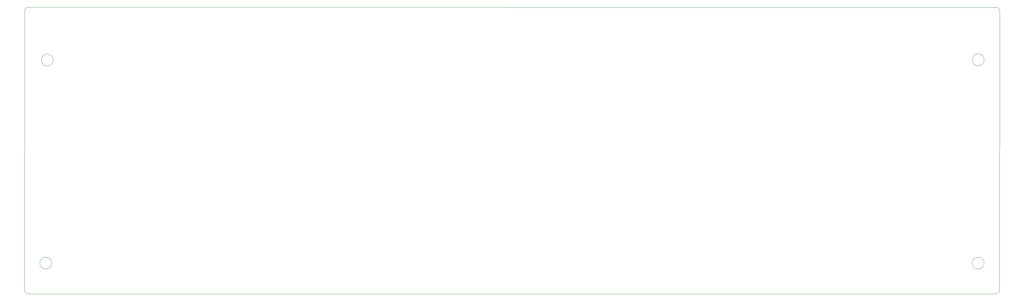
<source format=gbr>
%TF.GenerationSoftware,KiCad,Pcbnew,8.0.3*%
%TF.CreationDate,2024-06-22T11:54:46+09:00*%
%TF.ProjectId,Sherie,53686572-6965-42e6-9b69-6361645f7063,1.0*%
%TF.SameCoordinates,Original*%
%TF.FileFunction,Profile,NP*%
%FSLAX46Y46*%
G04 Gerber Fmt 4.6, Leading zero omitted, Abs format (unit mm)*
G04 Created by KiCad (PCBNEW 8.0.3) date 2024-06-22 11:54:46*
%MOMM*%
%LPD*%
G01*
G04 APERTURE LIST*
%TA.AperFunction,Profile*%
%ADD10C,0.050000*%
%TD*%
G04 APERTURE END LIST*
D10*
X353700000Y-168110000D02*
G75*
G02*
X350300000Y-168110000I-1700000J0D01*
G01*
X350300000Y-168110000D02*
G75*
G02*
X353700000Y-168110000I1700000J0D01*
G01*
X357090000Y-95000000D02*
X80810000Y-94990000D01*
X358060000Y-175870000D02*
G75*
G02*
X357060000Y-176870000I-1000000J0D01*
G01*
X79810000Y-95990000D02*
G75*
G02*
X80810000Y-94990000I1000000J0D01*
G01*
X357090000Y-95000000D02*
G75*
G02*
X358090000Y-96000000I0J-1000000D01*
G01*
X358060000Y-175870000D02*
X358090000Y-96000000D01*
X80790000Y-176870000D02*
X357060000Y-176870000D01*
X87550000Y-168110000D02*
G75*
G02*
X84150000Y-168110000I-1700000J0D01*
G01*
X84150000Y-168110000D02*
G75*
G02*
X87550000Y-168110000I1700000J0D01*
G01*
X79810000Y-95990000D02*
X79790000Y-175870000D01*
X353700000Y-110000000D02*
G75*
G02*
X350300000Y-110000000I-1700000J0D01*
G01*
X350300000Y-110000000D02*
G75*
G02*
X353700000Y-110000000I1700000J0D01*
G01*
X88000000Y-110100000D02*
G75*
G02*
X84600000Y-110100000I-1700000J0D01*
G01*
X84600000Y-110100000D02*
G75*
G02*
X88000000Y-110100000I1700000J0D01*
G01*
X80790000Y-176870000D02*
G75*
G02*
X79790000Y-175870000I0J1000000D01*
G01*
M02*

</source>
